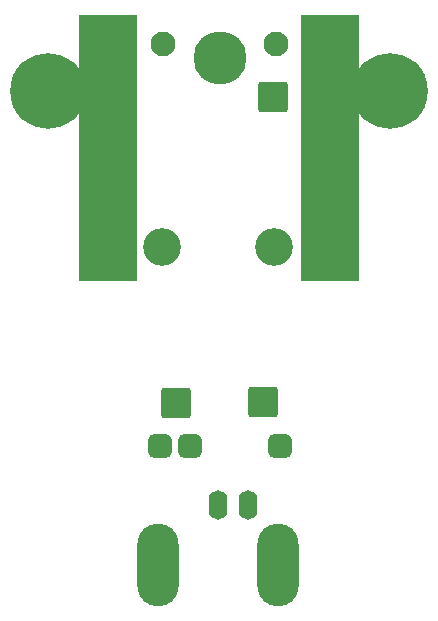
<source format=gbr>
%TF.GenerationSoftware,KiCad,Pcbnew,6.0.2+dfsg-1*%
%TF.CreationDate,2023-02-03T15:03:30+01:00*%
%TF.ProjectId,UnUn_BNC,556e556e-5f42-44e4-932e-6b696361645f,rev?*%
%TF.SameCoordinates,Original*%
%TF.FileFunction,Soldermask,Bot*%
%TF.FilePolarity,Negative*%
%FSLAX46Y46*%
G04 Gerber Fmt 4.6, Leading zero omitted, Abs format (unit mm)*
G04 Created by KiCad (PCBNEW 6.0.2+dfsg-1) date 2023-02-03 15:03:30*
%MOMM*%
%LPD*%
G01*
G04 APERTURE LIST*
G04 Aperture macros list*
%AMRoundRect*
0 Rectangle with rounded corners*
0 $1 Rounding radius*
0 $2 $3 $4 $5 $6 $7 $8 $9 X,Y pos of 4 corners*
0 Add a 4 corners polygon primitive as box body*
4,1,4,$2,$3,$4,$5,$6,$7,$8,$9,$2,$3,0*
0 Add four circle primitives for the rounded corners*
1,1,$1+$1,$2,$3*
1,1,$1+$1,$4,$5*
1,1,$1+$1,$6,$7*
1,1,$1+$1,$8,$9*
0 Add four rect primitives between the rounded corners*
20,1,$1+$1,$2,$3,$4,$5,0*
20,1,$1+$1,$4,$5,$6,$7,0*
20,1,$1+$1,$6,$7,$8,$9,0*
20,1,$1+$1,$8,$9,$2,$3,0*%
G04 Aperture macros list end*
%ADD10C,3.200000*%
%ADD11RoundRect,0.249999X-1.025001X-1.025001X1.025001X-1.025001X1.025001X1.025001X-1.025001X1.025001X0*%
%ADD12RoundRect,0.250002X-1.699998X-1.699998X1.699998X-1.699998X1.699998X1.699998X-1.699998X1.699998X0*%
%ADD13O,1.600000X2.500000*%
%ADD14O,3.500000X7.000000*%
%ADD15C,4.500000*%
%ADD16C,2.100000*%
%ADD17C,6.400000*%
%ADD18RoundRect,0.500000X-0.500000X-0.500000X0.500000X-0.500000X0.500000X0.500000X-0.500000X0.500000X0*%
%ADD19R,5.000000X22.500000*%
G04 APERTURE END LIST*
D10*
%TO.C,U2*%
X122275600Y-65532000D03*
X112776000Y-65532000D03*
X112776000Y-65532000D03*
X122275600Y-65532000D03*
D11*
X121302000Y-78632000D03*
X113902000Y-78732000D03*
X122123200Y-52832000D03*
%TD*%
D12*
%TO.C,J5*%
X108204000Y-48260000D03*
%TD*%
D13*
%TO.C,J1*%
X117525000Y-87375000D03*
D14*
X122605000Y-92455000D03*
D13*
X120065000Y-87375000D03*
D14*
X112445000Y-92455000D03*
%TD*%
D15*
%TO.C,H5*%
X117678200Y-49530000D03*
%TD*%
D12*
%TO.C,J3*%
X127000000Y-48260000D03*
%TD*%
D16*
%TO.C,H4*%
X112801400Y-48387000D03*
%TD*%
D17*
%TO.C,H2*%
X103124000Y-52324000D03*
%TD*%
D18*
%TO.C,C1*%
X115135000Y-82425000D03*
X112595000Y-82425000D03*
X122755000Y-82425000D03*
%TD*%
D16*
%TO.C,H3*%
X122402600Y-48387000D03*
%TD*%
D17*
%TO.C,H1*%
X132080000Y-52324000D03*
%TD*%
D19*
%TO.C,J4*%
X127000000Y-57150000D03*
%TD*%
%TO.C,J6*%
X108204000Y-57150000D03*
%TD*%
M02*

</source>
